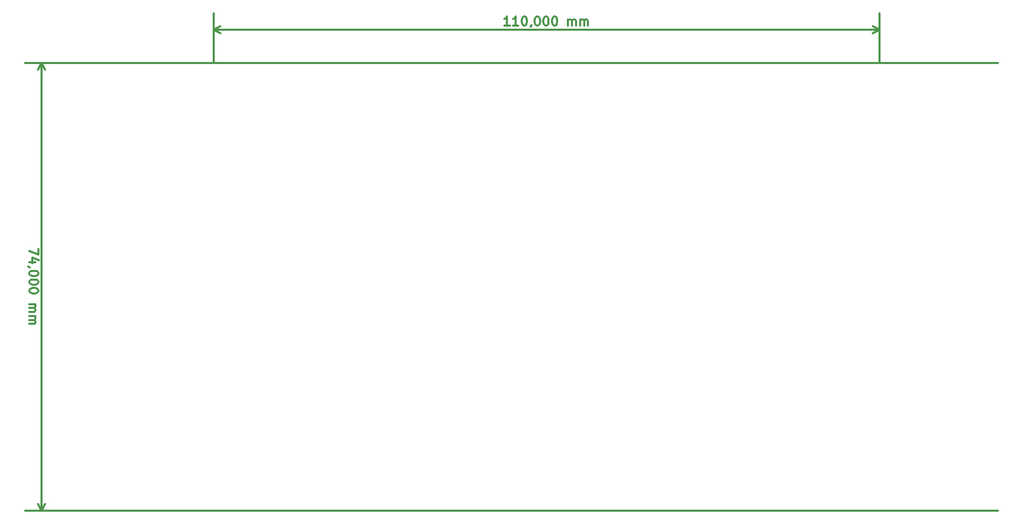
<source format=gbr>
G04 #@! TF.FileFunction,Drawing*
%FSLAX46Y46*%
G04 Gerber Fmt 4.6, Leading zero omitted, Abs format (unit mm)*
G04 Created by KiCad (PCBNEW 4.0.7+dfsg1-1~bpo8+1) date Thu Sep  6 01:00:45 2018*
%MOMM*%
%LPD*%
G01*
G04 APERTURE LIST*
%ADD10C,0.100000*%
%ADD11C,0.300000*%
%ADD12C,0.200000*%
G04 APERTURE END LIST*
D10*
D11*
X188928573Y-31228571D02*
X188071430Y-31228571D01*
X188500002Y-31228571D02*
X188500002Y-29728571D01*
X188357145Y-29942857D01*
X188214287Y-30085714D01*
X188071430Y-30157143D01*
X190357144Y-31228571D02*
X189500001Y-31228571D01*
X189928573Y-31228571D02*
X189928573Y-29728571D01*
X189785716Y-29942857D01*
X189642858Y-30085714D01*
X189500001Y-30157143D01*
X191285715Y-29728571D02*
X191428572Y-29728571D01*
X191571429Y-29800000D01*
X191642858Y-29871429D01*
X191714287Y-30014286D01*
X191785715Y-30300000D01*
X191785715Y-30657143D01*
X191714287Y-30942857D01*
X191642858Y-31085714D01*
X191571429Y-31157143D01*
X191428572Y-31228571D01*
X191285715Y-31228571D01*
X191142858Y-31157143D01*
X191071429Y-31085714D01*
X191000001Y-30942857D01*
X190928572Y-30657143D01*
X190928572Y-30300000D01*
X191000001Y-30014286D01*
X191071429Y-29871429D01*
X191142858Y-29800000D01*
X191285715Y-29728571D01*
X192500000Y-31157143D02*
X192500000Y-31228571D01*
X192428572Y-31371429D01*
X192357143Y-31442857D01*
X193428572Y-29728571D02*
X193571429Y-29728571D01*
X193714286Y-29800000D01*
X193785715Y-29871429D01*
X193857144Y-30014286D01*
X193928572Y-30300000D01*
X193928572Y-30657143D01*
X193857144Y-30942857D01*
X193785715Y-31085714D01*
X193714286Y-31157143D01*
X193571429Y-31228571D01*
X193428572Y-31228571D01*
X193285715Y-31157143D01*
X193214286Y-31085714D01*
X193142858Y-30942857D01*
X193071429Y-30657143D01*
X193071429Y-30300000D01*
X193142858Y-30014286D01*
X193214286Y-29871429D01*
X193285715Y-29800000D01*
X193428572Y-29728571D01*
X194857143Y-29728571D02*
X195000000Y-29728571D01*
X195142857Y-29800000D01*
X195214286Y-29871429D01*
X195285715Y-30014286D01*
X195357143Y-30300000D01*
X195357143Y-30657143D01*
X195285715Y-30942857D01*
X195214286Y-31085714D01*
X195142857Y-31157143D01*
X195000000Y-31228571D01*
X194857143Y-31228571D01*
X194714286Y-31157143D01*
X194642857Y-31085714D01*
X194571429Y-30942857D01*
X194500000Y-30657143D01*
X194500000Y-30300000D01*
X194571429Y-30014286D01*
X194642857Y-29871429D01*
X194714286Y-29800000D01*
X194857143Y-29728571D01*
X196285714Y-29728571D02*
X196428571Y-29728571D01*
X196571428Y-29800000D01*
X196642857Y-29871429D01*
X196714286Y-30014286D01*
X196785714Y-30300000D01*
X196785714Y-30657143D01*
X196714286Y-30942857D01*
X196642857Y-31085714D01*
X196571428Y-31157143D01*
X196428571Y-31228571D01*
X196285714Y-31228571D01*
X196142857Y-31157143D01*
X196071428Y-31085714D01*
X196000000Y-30942857D01*
X195928571Y-30657143D01*
X195928571Y-30300000D01*
X196000000Y-30014286D01*
X196071428Y-29871429D01*
X196142857Y-29800000D01*
X196285714Y-29728571D01*
X198571428Y-31228571D02*
X198571428Y-30228571D01*
X198571428Y-30371429D02*
X198642856Y-30300000D01*
X198785714Y-30228571D01*
X198999999Y-30228571D01*
X199142856Y-30300000D01*
X199214285Y-30442857D01*
X199214285Y-31228571D01*
X199214285Y-30442857D02*
X199285714Y-30300000D01*
X199428571Y-30228571D01*
X199642856Y-30228571D01*
X199785714Y-30300000D01*
X199857142Y-30442857D01*
X199857142Y-31228571D01*
X200571428Y-31228571D02*
X200571428Y-30228571D01*
X200571428Y-30371429D02*
X200642856Y-30300000D01*
X200785714Y-30228571D01*
X200999999Y-30228571D01*
X201142856Y-30300000D01*
X201214285Y-30442857D01*
X201214285Y-31228571D01*
X201214285Y-30442857D02*
X201285714Y-30300000D01*
X201428571Y-30228571D01*
X201642856Y-30228571D01*
X201785714Y-30300000D01*
X201857142Y-30442857D01*
X201857142Y-31228571D01*
X140000000Y-31900000D02*
X250000000Y-31900000D01*
X140000000Y-37400000D02*
X140000000Y-29200000D01*
X250000000Y-37400000D02*
X250000000Y-29200000D01*
X250000000Y-31900000D02*
X248873496Y-32486421D01*
X250000000Y-31900000D02*
X248873496Y-31313579D01*
X140000000Y-31900000D02*
X141126504Y-32486421D01*
X140000000Y-31900000D02*
X141126504Y-31313579D01*
D12*
X138500000Y-111400000D02*
X250000000Y-111400000D01*
X250000000Y-37400000D02*
X140000000Y-37400000D01*
D11*
X111071429Y-68114287D02*
X111071429Y-69114287D01*
X109571429Y-68471430D01*
X110571429Y-70328572D02*
X109571429Y-70328572D01*
X111142857Y-69971429D02*
X110071429Y-69614286D01*
X110071429Y-70542858D01*
X109642857Y-71185714D02*
X109571429Y-71185714D01*
X109428571Y-71114286D01*
X109357143Y-71042857D01*
X111071429Y-72114286D02*
X111071429Y-72257143D01*
X111000000Y-72400000D01*
X110928571Y-72471429D01*
X110785714Y-72542858D01*
X110500000Y-72614286D01*
X110142857Y-72614286D01*
X109857143Y-72542858D01*
X109714286Y-72471429D01*
X109642857Y-72400000D01*
X109571429Y-72257143D01*
X109571429Y-72114286D01*
X109642857Y-71971429D01*
X109714286Y-71900000D01*
X109857143Y-71828572D01*
X110142857Y-71757143D01*
X110500000Y-71757143D01*
X110785714Y-71828572D01*
X110928571Y-71900000D01*
X111000000Y-71971429D01*
X111071429Y-72114286D01*
X111071429Y-73542857D02*
X111071429Y-73685714D01*
X111000000Y-73828571D01*
X110928571Y-73900000D01*
X110785714Y-73971429D01*
X110500000Y-74042857D01*
X110142857Y-74042857D01*
X109857143Y-73971429D01*
X109714286Y-73900000D01*
X109642857Y-73828571D01*
X109571429Y-73685714D01*
X109571429Y-73542857D01*
X109642857Y-73400000D01*
X109714286Y-73328571D01*
X109857143Y-73257143D01*
X110142857Y-73185714D01*
X110500000Y-73185714D01*
X110785714Y-73257143D01*
X110928571Y-73328571D01*
X111000000Y-73400000D01*
X111071429Y-73542857D01*
X111071429Y-74971428D02*
X111071429Y-75114285D01*
X111000000Y-75257142D01*
X110928571Y-75328571D01*
X110785714Y-75400000D01*
X110500000Y-75471428D01*
X110142857Y-75471428D01*
X109857143Y-75400000D01*
X109714286Y-75328571D01*
X109642857Y-75257142D01*
X109571429Y-75114285D01*
X109571429Y-74971428D01*
X109642857Y-74828571D01*
X109714286Y-74757142D01*
X109857143Y-74685714D01*
X110142857Y-74614285D01*
X110500000Y-74614285D01*
X110785714Y-74685714D01*
X110928571Y-74757142D01*
X111000000Y-74828571D01*
X111071429Y-74971428D01*
X109571429Y-77257142D02*
X110571429Y-77257142D01*
X110428571Y-77257142D02*
X110500000Y-77328570D01*
X110571429Y-77471428D01*
X110571429Y-77685713D01*
X110500000Y-77828570D01*
X110357143Y-77899999D01*
X109571429Y-77899999D01*
X110357143Y-77899999D02*
X110500000Y-77971428D01*
X110571429Y-78114285D01*
X110571429Y-78328570D01*
X110500000Y-78471428D01*
X110357143Y-78542856D01*
X109571429Y-78542856D01*
X109571429Y-79257142D02*
X110571429Y-79257142D01*
X110428571Y-79257142D02*
X110500000Y-79328570D01*
X110571429Y-79471428D01*
X110571429Y-79685713D01*
X110500000Y-79828570D01*
X110357143Y-79899999D01*
X109571429Y-79899999D01*
X110357143Y-79899999D02*
X110500000Y-79971428D01*
X110571429Y-80114285D01*
X110571429Y-80328570D01*
X110500000Y-80471428D01*
X110357143Y-80542856D01*
X109571429Y-80542856D01*
X111600000Y-37400000D02*
X111600000Y-111400000D01*
X269600000Y-37400000D02*
X108900000Y-37400000D01*
X269600000Y-111400000D02*
X108900000Y-111400000D01*
X111600000Y-111400000D02*
X111013579Y-110273496D01*
X111600000Y-111400000D02*
X112186421Y-110273496D01*
X111600000Y-37400000D02*
X111013579Y-38526504D01*
X111600000Y-37400000D02*
X112186421Y-38526504D01*
M02*

</source>
